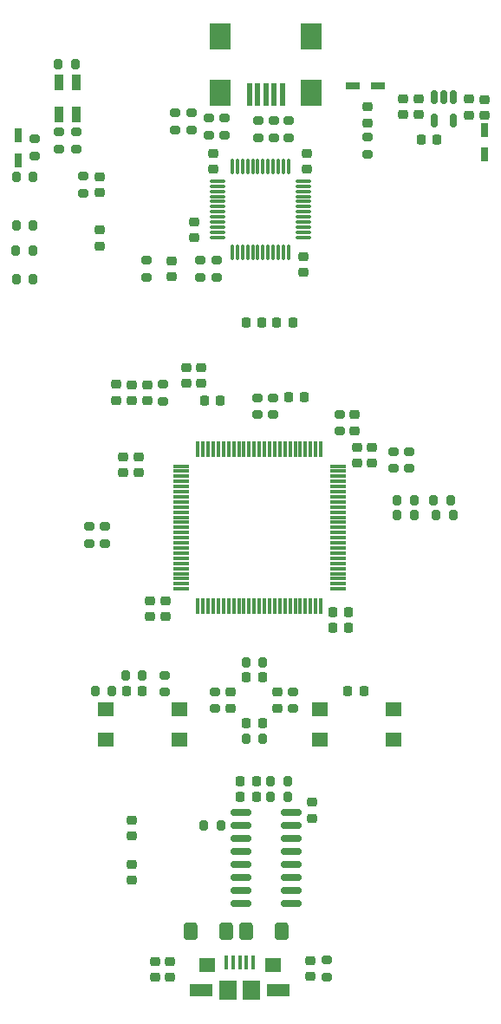
<source format=gbr>
%TF.GenerationSoftware,KiCad,Pcbnew,7.0.1*%
%TF.CreationDate,2023-09-29T14:49:09+07:00*%
%TF.ProjectId,STM32F407xxx,53544d33-3246-4343-9037-7878782e6b69,rev?*%
%TF.SameCoordinates,Original*%
%TF.FileFunction,Paste,Top*%
%TF.FilePolarity,Positive*%
%FSLAX46Y46*%
G04 Gerber Fmt 4.6, Leading zero omitted, Abs format (unit mm)*
G04 Created by KiCad (PCBNEW 7.0.1) date 2023-09-29 14:49:09*
%MOMM*%
%LPD*%
G01*
G04 APERTURE LIST*
G04 Aperture macros list*
%AMRoundRect*
0 Rectangle with rounded corners*
0 $1 Rounding radius*
0 $2 $3 $4 $5 $6 $7 $8 $9 X,Y pos of 4 corners*
0 Add a 4 corners polygon primitive as box body*
4,1,4,$2,$3,$4,$5,$6,$7,$8,$9,$2,$3,0*
0 Add four circle primitives for the rounded corners*
1,1,$1+$1,$2,$3*
1,1,$1+$1,$4,$5*
1,1,$1+$1,$6,$7*
1,1,$1+$1,$8,$9*
0 Add four rect primitives between the rounded corners*
20,1,$1+$1,$2,$3,$4,$5,0*
20,1,$1+$1,$4,$5,$6,$7,0*
20,1,$1+$1,$6,$7,$8,$9,0*
20,1,$1+$1,$8,$9,$2,$3,0*%
G04 Aperture macros list end*
%ADD10RoundRect,0.250000X0.400000X0.600000X-0.400000X0.600000X-0.400000X-0.600000X0.400000X-0.600000X0*%
%ADD11RoundRect,0.200000X-0.275000X0.200000X-0.275000X-0.200000X0.275000X-0.200000X0.275000X0.200000X0*%
%ADD12RoundRect,0.225000X-0.250000X0.225000X-0.250000X-0.225000X0.250000X-0.225000X0.250000X0.225000X0*%
%ADD13RoundRect,0.218750X-0.256250X0.218750X-0.256250X-0.218750X0.256250X-0.218750X0.256250X0.218750X0*%
%ADD14RoundRect,0.200000X0.200000X0.275000X-0.200000X0.275000X-0.200000X-0.275000X0.200000X-0.275000X0*%
%ADD15RoundRect,0.225000X-0.225000X-0.250000X0.225000X-0.250000X0.225000X0.250000X-0.225000X0.250000X0*%
%ADD16RoundRect,0.225000X0.250000X-0.225000X0.250000X0.225000X-0.250000X0.225000X-0.250000X-0.225000X0*%
%ADD17R,0.650000X1.350000*%
%ADD18RoundRect,0.200000X0.275000X-0.200000X0.275000X0.200000X-0.275000X0.200000X-0.275000X-0.200000X0*%
%ADD19RoundRect,0.200000X-0.200000X-0.275000X0.200000X-0.275000X0.200000X0.275000X-0.200000X0.275000X0*%
%ADD20RoundRect,0.218750X-0.218750X-0.256250X0.218750X-0.256250X0.218750X0.256250X-0.218750X0.256250X0*%
%ADD21R,1.350000X0.650000*%
%ADD22RoundRect,0.225000X0.225000X0.250000X-0.225000X0.250000X-0.225000X-0.250000X0.225000X-0.250000X0*%
%ADD23RoundRect,0.150000X-0.150000X0.512500X-0.150000X-0.512500X0.150000X-0.512500X0.150000X0.512500X0*%
%ADD24R,1.800000X1.900000*%
%ADD25R,2.300000X1.300000*%
%ADD26R,1.600000X1.400000*%
%ADD27R,0.400000X1.350000*%
%ADD28RoundRect,0.075000X-0.662500X-0.075000X0.662500X-0.075000X0.662500X0.075000X-0.662500X0.075000X0*%
%ADD29RoundRect,0.075000X-0.075000X-0.662500X0.075000X-0.662500X0.075000X0.662500X-0.075000X0.662500X0*%
%ADD30R,0.900000X1.500000*%
%ADD31RoundRect,0.218750X0.256250X-0.218750X0.256250X0.218750X-0.256250X0.218750X-0.256250X-0.218750X0*%
%ADD32R,0.500000X2.250000*%
%ADD33R,2.000000X2.500000*%
%ADD34RoundRect,0.150000X-0.825000X-0.150000X0.825000X-0.150000X0.825000X0.150000X-0.825000X0.150000X0*%
%ADD35RoundRect,0.075000X-0.075000X0.725000X-0.075000X-0.725000X0.075000X-0.725000X0.075000X0.725000X0*%
%ADD36RoundRect,0.075000X-0.725000X0.075000X-0.725000X-0.075000X0.725000X-0.075000X0.725000X0.075000X0*%
G04 APERTURE END LIST*
D10*
%TO.C,D6*%
X144575000Y-127500000D03*
X141075000Y-127500000D03*
%TD*%
D11*
%TO.C,R1*%
X142900000Y-48105000D03*
X142900000Y-49755000D03*
%TD*%
D12*
%TO.C,C11*%
X152100000Y-61625000D03*
X152100000Y-63175000D03*
%TD*%
D13*
%TO.C,D3*%
X145000000Y-104162500D03*
X145000000Y-105737500D03*
%TD*%
D14*
%TO.C,R43*%
X150575000Y-114375000D03*
X148925000Y-114375000D03*
%TD*%
%TO.C,R39*%
X133425000Y-104050000D03*
X131775000Y-104050000D03*
%TD*%
D11*
%TO.C,R2*%
X144370000Y-48095000D03*
X144370000Y-49745000D03*
%TD*%
D15*
%TO.C,C23*%
X150625000Y-75350000D03*
X152175000Y-75350000D03*
%TD*%
D16*
%TO.C,C10*%
X168270000Y-47805000D03*
X168270000Y-46255000D03*
%TD*%
D17*
%TO.C,U6*%
X124220000Y-52210000D03*
X124220000Y-49810000D03*
%TD*%
D15*
%TO.C,C20*%
X154975000Y-97850000D03*
X156525000Y-97850000D03*
%TD*%
D18*
%TO.C,R20*%
X138350000Y-75725000D03*
X138350000Y-74075000D03*
%TD*%
D14*
%TO.C,R45*%
X150575000Y-112875000D03*
X148925000Y-112875000D03*
%TD*%
D18*
%TO.C,R12*%
X143600000Y-63635000D03*
X143600000Y-61985000D03*
%TD*%
D19*
%TO.C,R29*%
X165075000Y-86900000D03*
X166725000Y-86900000D03*
%TD*%
D20*
%TO.C,D10*%
X145950000Y-112875000D03*
X147525000Y-112875000D03*
%TD*%
D16*
%TO.C,C21*%
X157325000Y-81800000D03*
X157325000Y-80250000D03*
%TD*%
D18*
%TO.C,R6*%
X130600000Y-55425000D03*
X130600000Y-53775000D03*
%TD*%
%TO.C,R13*%
X136800000Y-63625000D03*
X136800000Y-61975000D03*
%TD*%
D19*
%TO.C,R40*%
X134725000Y-102550000D03*
X136375000Y-102550000D03*
%TD*%
D12*
%TO.C,C6*%
X161870000Y-46225000D03*
X161870000Y-47775000D03*
%TD*%
D19*
%TO.C,R34*%
X128175000Y-42800000D03*
X129825000Y-42800000D03*
%TD*%
D21*
%TO.C,U2*%
X156960000Y-44980000D03*
X159360000Y-44980000D03*
%TD*%
D11*
%TO.C,R27*%
X149125000Y-75400000D03*
X149125000Y-77050000D03*
%TD*%
D12*
%TO.C,C15*%
X132200000Y-53825000D03*
X132200000Y-55375000D03*
%TD*%
D16*
%TO.C,C24*%
X134500000Y-82725000D03*
X134500000Y-81175000D03*
%TD*%
D19*
%TO.C,R18*%
X124065000Y-63870000D03*
X125715000Y-63870000D03*
%TD*%
D12*
%TO.C,C18*%
X139200000Y-62025000D03*
X139200000Y-63575000D03*
%TD*%
D11*
%TO.C,R41*%
X138575000Y-102500000D03*
X138575000Y-104150000D03*
%TD*%
D18*
%TO.C,R42*%
X154350000Y-131975000D03*
X154350000Y-130325000D03*
%TD*%
%TO.C,R19*%
X128200000Y-51125000D03*
X128200000Y-49475000D03*
%TD*%
D22*
%TO.C,C1*%
X136350000Y-104050000D03*
X134800000Y-104050000D03*
%TD*%
D16*
%TO.C,C38*%
X152920000Y-116475000D03*
X152920000Y-114925000D03*
%TD*%
%TO.C,C30*%
X142150000Y-73975000D03*
X142150000Y-72425000D03*
%TD*%
%TO.C,C25*%
X136000000Y-82725000D03*
X136000000Y-81175000D03*
%TD*%
D11*
%TO.C,R28*%
X147650000Y-75400000D03*
X147650000Y-77050000D03*
%TD*%
D14*
%TO.C,R21*%
X162925000Y-86900000D03*
X161275000Y-86900000D03*
%TD*%
D11*
%TO.C,R26*%
X132720000Y-87965000D03*
X132720000Y-89615000D03*
%TD*%
%TO.C,R23*%
X160925000Y-80650000D03*
X160925000Y-82300000D03*
%TD*%
%TO.C,R9*%
X139600000Y-47575000D03*
X139600000Y-49225000D03*
%TD*%
D13*
%TO.C,L1*%
X133850000Y-74112500D03*
X133850000Y-75687500D03*
%TD*%
D23*
%TO.C,U4*%
X166750000Y-46037500D03*
X165800000Y-46037500D03*
X164850000Y-46037500D03*
X164850000Y-48312500D03*
X166750000Y-48312500D03*
%TD*%
D18*
%TO.C,R11*%
X142000000Y-63625000D03*
X142000000Y-61975000D03*
%TD*%
D12*
%TO.C,C3*%
X137600000Y-130425000D03*
X137600000Y-131975000D03*
%TD*%
D22*
%TO.C,C2*%
X158000000Y-104050000D03*
X156450000Y-104050000D03*
%TD*%
D12*
%TO.C,C12*%
X141400000Y-58225000D03*
X141400000Y-59775000D03*
%TD*%
D24*
%TO.C,Uart_USB*%
X147050000Y-133225000D03*
X144750000Y-133225000D03*
D25*
X142150000Y-133225000D03*
X149650000Y-133225000D03*
D26*
X149100000Y-130775000D03*
X142700000Y-130775000D03*
D27*
X147200000Y-130550000D03*
X146550000Y-130550000D03*
X145900000Y-130550000D03*
X145250000Y-130550000D03*
X144600000Y-130550000D03*
%TD*%
D28*
%TO.C,U1*%
X143737500Y-54250000D03*
X143737500Y-54750000D03*
X143737500Y-55250000D03*
X143737500Y-55750000D03*
X143737500Y-56250000D03*
X143737500Y-56750000D03*
X143737500Y-57250000D03*
X143737500Y-57750000D03*
X143737500Y-58250000D03*
X143737500Y-58750000D03*
X143737500Y-59250000D03*
X143737500Y-59750000D03*
D29*
X145150000Y-61162500D03*
X145650000Y-61162500D03*
X146150000Y-61162500D03*
X146650000Y-61162500D03*
X147150000Y-61162500D03*
X147650000Y-61162500D03*
X148150000Y-61162500D03*
X148650000Y-61162500D03*
X149150000Y-61162500D03*
X149650000Y-61162500D03*
X150150000Y-61162500D03*
X150650000Y-61162500D03*
D28*
X152062500Y-59750000D03*
X152062500Y-59250000D03*
X152062500Y-58750000D03*
X152062500Y-58250000D03*
X152062500Y-57750000D03*
X152062500Y-57250000D03*
X152062500Y-56750000D03*
X152062500Y-56250000D03*
X152062500Y-55750000D03*
X152062500Y-55250000D03*
X152062500Y-54750000D03*
X152062500Y-54250000D03*
D29*
X150650000Y-52837500D03*
X150150000Y-52837500D03*
X149650000Y-52837500D03*
X149150000Y-52837500D03*
X148650000Y-52837500D03*
X148150000Y-52837500D03*
X147650000Y-52837500D03*
X147150000Y-52837500D03*
X146650000Y-52837500D03*
X146150000Y-52837500D03*
X145650000Y-52837500D03*
X145150000Y-52837500D03*
%TD*%
D12*
%TO.C,C19*%
X137125000Y-95225000D03*
X137125000Y-96775000D03*
%TD*%
D26*
%TO.C,S1*%
X139975000Y-105825000D03*
X132775000Y-105825000D03*
X139975000Y-108825000D03*
X132775000Y-108825000D03*
%TD*%
D14*
%TO.C,R46*%
X144050000Y-117150000D03*
X142400000Y-117150000D03*
%TD*%
D10*
%TO.C,D7*%
X150000000Y-127500000D03*
X146500000Y-127500000D03*
%TD*%
D19*
%TO.C,R15*%
X124065000Y-53850000D03*
X125715000Y-53850000D03*
%TD*%
D12*
%TO.C,C27*%
X138600000Y-95225000D03*
X138600000Y-96775000D03*
%TD*%
D22*
%TO.C,C22*%
X143975000Y-75700000D03*
X142425000Y-75700000D03*
%TD*%
D20*
%TO.C,D4*%
X146512500Y-102725000D03*
X148087500Y-102725000D03*
%TD*%
D16*
%TO.C,C33*%
X136850000Y-75675000D03*
X136850000Y-74125000D03*
%TD*%
%TO.C,C13*%
X152470000Y-53095000D03*
X152470000Y-51545000D03*
%TD*%
D19*
%TO.C,R37*%
X146475000Y-101225000D03*
X148125000Y-101225000D03*
%TD*%
D11*
%TO.C,R7*%
X125870000Y-50135000D03*
X125870000Y-51785000D03*
%TD*%
D15*
%TO.C,C37*%
X146500000Y-68050000D03*
X148050000Y-68050000D03*
%TD*%
D22*
%TO.C,C8*%
X165175000Y-50200000D03*
X163625000Y-50200000D03*
%TD*%
D11*
%TO.C,R32*%
X150700000Y-48340000D03*
X150700000Y-49990000D03*
%TD*%
D16*
%TO.C,C5*%
X135350000Y-118200000D03*
X135350000Y-116650000D03*
%TD*%
%TO.C,C28*%
X158825000Y-81800000D03*
X158825000Y-80250000D03*
%TD*%
D11*
%TO.C,R36*%
X143450000Y-104125000D03*
X143450000Y-105775000D03*
%TD*%
D30*
%TO.C,U8*%
X128200000Y-44600000D03*
X129900000Y-44600000D03*
X128200000Y-47700000D03*
X129900000Y-47700000D03*
%TD*%
D19*
%TO.C,R30*%
X164825000Y-85400000D03*
X166475000Y-85400000D03*
%TD*%
D11*
%TO.C,R8*%
X141200000Y-47575000D03*
X141200000Y-49225000D03*
%TD*%
%TO.C,R4*%
X155625000Y-77025000D03*
X155625000Y-78675000D03*
%TD*%
D19*
%TO.C,R16*%
X124065000Y-58600000D03*
X125715000Y-58600000D03*
%TD*%
D13*
%TO.C,D1*%
X158400000Y-47012500D03*
X158400000Y-48587500D03*
%TD*%
D19*
%TO.C,R17*%
X124035000Y-61020000D03*
X125685000Y-61020000D03*
%TD*%
D12*
%TO.C,C4*%
X139100000Y-130425000D03*
X139100000Y-131975000D03*
%TD*%
D16*
%TO.C,C31*%
X140650000Y-73975000D03*
X140650000Y-72425000D03*
%TD*%
D22*
%TO.C,C36*%
X151050000Y-68050000D03*
X149500000Y-68050000D03*
%TD*%
D31*
%TO.C,D8*%
X152800000Y-131912500D03*
X152800000Y-130337500D03*
%TD*%
D13*
%TO.C,D5*%
X149600000Y-104137500D03*
X149600000Y-105712500D03*
%TD*%
D32*
%TO.C,J1*%
X150050000Y-45770000D03*
X149250000Y-45770000D03*
X148450000Y-45770000D03*
X147650000Y-45770000D03*
X146850000Y-45770000D03*
D33*
X152900000Y-45645000D03*
X144000000Y-45645000D03*
X152900000Y-40145000D03*
X144000000Y-40145000D03*
%TD*%
D26*
%TO.C,S2*%
X160900000Y-105825000D03*
X153700000Y-105825000D03*
X160900000Y-108825000D03*
X153700000Y-108825000D03*
%TD*%
D12*
%TO.C,C7*%
X163360000Y-46215000D03*
X163360000Y-47765000D03*
%TD*%
D18*
%TO.C,R24*%
X162450000Y-82300000D03*
X162450000Y-80650000D03*
%TD*%
D16*
%TO.C,C32*%
X135350000Y-75675000D03*
X135350000Y-74125000D03*
%TD*%
D19*
%TO.C,R35*%
X146475000Y-108700000D03*
X148125000Y-108700000D03*
%TD*%
D14*
%TO.C,R22*%
X162925000Y-85400000D03*
X161275000Y-85400000D03*
%TD*%
D11*
%TO.C,R25*%
X131200000Y-87975000D03*
X131200000Y-89625000D03*
%TD*%
D34*
%TO.C,U3*%
X145975000Y-115910000D03*
X145975000Y-117180000D03*
X145975000Y-118450000D03*
X145975000Y-119720000D03*
X145975000Y-120990000D03*
X145975000Y-122260000D03*
X145975000Y-123530000D03*
X145975000Y-124800000D03*
X150925000Y-124800000D03*
X150925000Y-123530000D03*
X150925000Y-122260000D03*
X150925000Y-120990000D03*
X150925000Y-119720000D03*
X150925000Y-118450000D03*
X150925000Y-117180000D03*
X150925000Y-115910000D03*
%TD*%
D11*
%TO.C,R38*%
X151125000Y-104100000D03*
X151125000Y-105750000D03*
%TD*%
D15*
%TO.C,C26*%
X154975000Y-96350000D03*
X156525000Y-96350000D03*
%TD*%
D20*
%TO.C,D2*%
X146512500Y-107200000D03*
X148087500Y-107200000D03*
%TD*%
D11*
%TO.C,R33*%
X149220000Y-48340000D03*
X149220000Y-49990000D03*
%TD*%
D35*
%TO.C,U7*%
X153800000Y-80400000D03*
X153300000Y-80400000D03*
X152800000Y-80400000D03*
X152300000Y-80400000D03*
X151800000Y-80400000D03*
X151300000Y-80400000D03*
X150800000Y-80400000D03*
X150300000Y-80400000D03*
X149800000Y-80400000D03*
X149300000Y-80400000D03*
X148800000Y-80400000D03*
X148300000Y-80400000D03*
X147800000Y-80400000D03*
X147300000Y-80400000D03*
X146800000Y-80400000D03*
X146300000Y-80400000D03*
X145800000Y-80400000D03*
X145300000Y-80400000D03*
X144800000Y-80400000D03*
X144300000Y-80400000D03*
X143800000Y-80400000D03*
X143300000Y-80400000D03*
X142800000Y-80400000D03*
X142300000Y-80400000D03*
X141800000Y-80400000D03*
D36*
X140125000Y-82075000D03*
X140125000Y-82575000D03*
X140125000Y-83075000D03*
X140125000Y-83575000D03*
X140125000Y-84075000D03*
X140125000Y-84575000D03*
X140125000Y-85075000D03*
X140125000Y-85575000D03*
X140125000Y-86075000D03*
X140125000Y-86575000D03*
X140125000Y-87075000D03*
X140125000Y-87575000D03*
X140125000Y-88075000D03*
X140125000Y-88575000D03*
X140125000Y-89075000D03*
X140125000Y-89575000D03*
X140125000Y-90075000D03*
X140125000Y-90575000D03*
X140125000Y-91075000D03*
X140125000Y-91575000D03*
X140125000Y-92075000D03*
X140125000Y-92575000D03*
X140125000Y-93075000D03*
X140125000Y-93575000D03*
X140125000Y-94075000D03*
D35*
X141800000Y-95750000D03*
X142300000Y-95750000D03*
X142800000Y-95750000D03*
X143300000Y-95750000D03*
X143800000Y-95750000D03*
X144300000Y-95750000D03*
X144800000Y-95750000D03*
X145300000Y-95750000D03*
X145800000Y-95750000D03*
X146300000Y-95750000D03*
X146800000Y-95750000D03*
X147300000Y-95750000D03*
X147800000Y-95750000D03*
X148300000Y-95750000D03*
X148800000Y-95750000D03*
X149300000Y-95750000D03*
X149800000Y-95750000D03*
X150300000Y-95750000D03*
X150800000Y-95750000D03*
X151300000Y-95750000D03*
X151800000Y-95750000D03*
X152300000Y-95750000D03*
X152800000Y-95750000D03*
X153300000Y-95750000D03*
X153800000Y-95750000D03*
D36*
X155475000Y-94075000D03*
X155475000Y-93575000D03*
X155475000Y-93075000D03*
X155475000Y-92575000D03*
X155475000Y-92075000D03*
X155475000Y-91575000D03*
X155475000Y-91075000D03*
X155475000Y-90575000D03*
X155475000Y-90075000D03*
X155475000Y-89575000D03*
X155475000Y-89075000D03*
X155475000Y-88575000D03*
X155475000Y-88075000D03*
X155475000Y-87575000D03*
X155475000Y-87075000D03*
X155475000Y-86575000D03*
X155475000Y-86075000D03*
X155475000Y-85575000D03*
X155475000Y-85075000D03*
X155475000Y-84575000D03*
X155475000Y-84075000D03*
X155475000Y-83575000D03*
X155475000Y-83075000D03*
X155475000Y-82575000D03*
X155475000Y-82075000D03*
%TD*%
D18*
%TO.C,R31*%
X158400000Y-51625000D03*
X158400000Y-49975000D03*
%TD*%
D20*
%TO.C,D9*%
X145962500Y-114375000D03*
X147537500Y-114375000D03*
%TD*%
D16*
%TO.C,C9*%
X169760000Y-47815000D03*
X169760000Y-46265000D03*
%TD*%
%TO.C,C29*%
X157125000Y-78625000D03*
X157125000Y-77075000D03*
%TD*%
D11*
%TO.C,R3*%
X147710000Y-48340000D03*
X147710000Y-49990000D03*
%TD*%
D18*
%TO.C,R5*%
X129900000Y-51125000D03*
X129900000Y-49475000D03*
%TD*%
D16*
%TO.C,C34*%
X135350000Y-122500000D03*
X135350000Y-120950000D03*
%TD*%
D12*
%TO.C,C16*%
X132200000Y-59025000D03*
X132200000Y-60575000D03*
%TD*%
D16*
%TO.C,C14*%
X143320000Y-53075000D03*
X143320000Y-51525000D03*
%TD*%
D17*
%TO.C,U5*%
X169810000Y-49230000D03*
X169810000Y-51630000D03*
%TD*%
M02*

</source>
